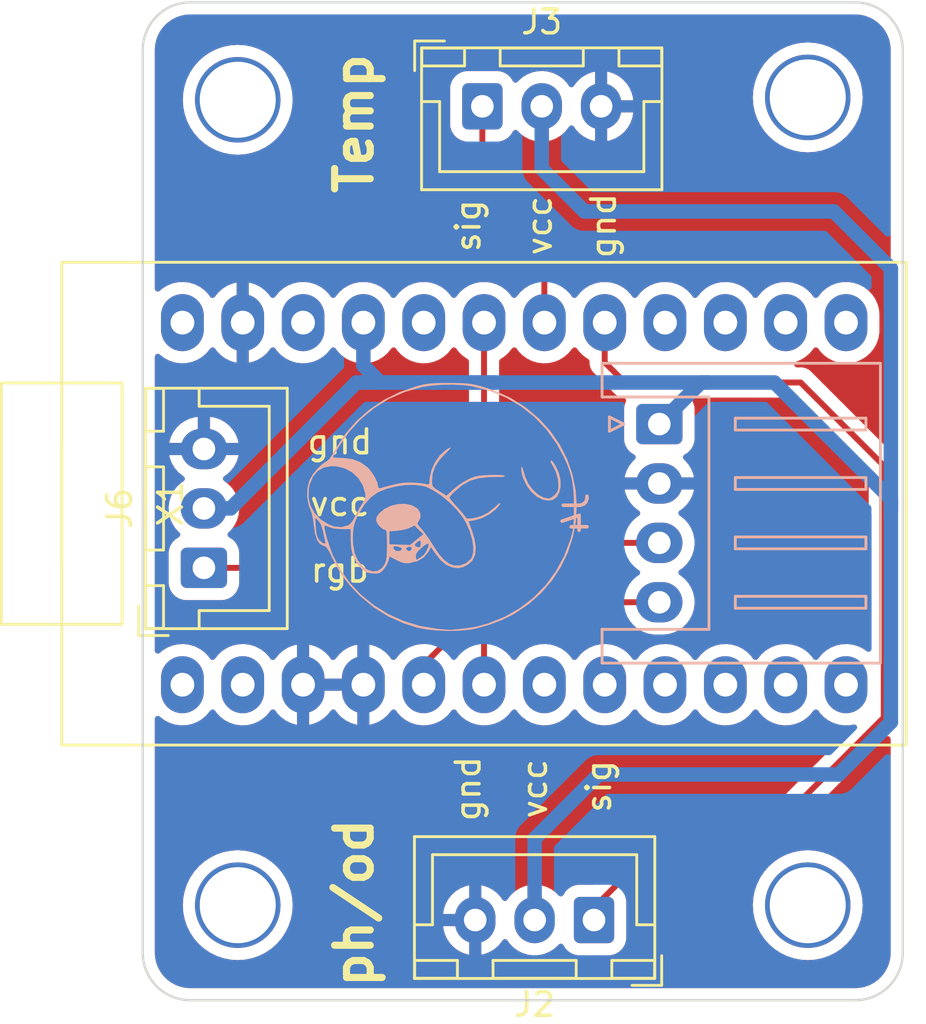
<source format=kicad_pcb>
(kicad_pcb (version 20211014) (generator pcbnew)
  (layers (0 "F.Cu" signal) (31 "B.Cu" signal) (34 "B.Paste" user) (35 "F.Paste" user) (36 "B.SilkS" user "B.Silkscreen") (37 "F.SilkS" user "F.Silkscreen") (38 "B.Mask" user) (39 "F.Mask" user) (44 "Edge.Cuts" user))
  (net 0 "")
  (net 3 "/RGB")
  (net 17 "/SIG")
  (net 18 "/VCC")
  (net 19 "/GND")
  (net 20 "/SIG_TEMP")
  (net 21 "/SCL")
  (net 22 "/SDA")
  (footprint "Connector_JST:JST_XH_B3B-XH-A_1x03_P2.50mm_Vertical" (layer "F.Cu") (at 86.575 81.8 90)
    (fp_text reference "J6" (at 2.5 -3.55 90) (layer "F.SilkS"))
    (fp_text value "HDR-3x1")
    (fp_line (start -2.55 -2.45) (end -2.55 -1.7) (layer "F.SilkS") (width 0.12))
    (fp_line (start -2.56 -2.46) (end -2.56 3.51) (layer "F.SilkS") (width 0.12))
    (fp_line (start -2.55 -1.7) (end -0.75 -1.7) (layer "F.SilkS") (width 0.12))
    (fp_line (start -2.85 -2.75) (end -2.85 -1.5) (layer "F.SilkS") (width 0.12))
    (fp_line (start 0.75 -1.7) (end 4.25 -1.7) (layer "F.SilkS") (width 0.12))
    (fp_line (start 7.55 -0.2) (end 6.8 -0.2) (layer "F.SilkS") (width 0.12))
    (fp_line (start -0.75 -1.7) (end -0.75 -2.45) (layer "F.SilkS") (width 0.12))
    (fp_line (start -2.56 3.51) (end 7.56 3.51) (layer "F.SilkS") (width 0.12))
    (fp_line (start 5.75 -2.45) (end 5.75 -1.7) (layer "F.SilkS") (width 0.12))
    (fp_line (start -1.6 -2.75) (end -2.85 -2.75) (layer "F.SilkS") (width 0.12))
    (fp_line (start 6.8 -0.2) (end 6.8 2.75) (layer "F.SilkS") (width 0.12))
    (fp_line (start -0.75 -2.45) (end -2.55 -2.45) (layer "F.SilkS") (width 0.12))
    (fp_line (start 7.55 -1.7) (end 7.55 -2.45) (layer "F.SilkS") (width 0.12))
    (fp_line (start 7.56 3.51) (end 7.56 -2.46) (layer "F.SilkS") (width 0.12))
    (fp_line (start -1.8 -0.2) (end -1.8 2.75) (layer "F.SilkS") (width 0.12))
    (fp_line (start -2.55 -0.2) (end -1.8 -0.2) (layer "F.SilkS") (width 0.12))
    (fp_line (start -1.8 2.75) (end 2.5 2.75) (layer "F.SilkS") (width 0.12))
    (fp_line (start 0.75 -2.45) (end 0.75 -1.7) (layer "F.SilkS") (width 0.12))
    (fp_line (start 7.55 -2.45) (end 5.75 -2.45) (layer "F.SilkS") (width 0.12))
    (fp_line (start 6.8 2.75) (end 2.5 2.75) (layer "F.SilkS") (width 0.12))
    (fp_line (start 4.25 -1.7) (end 4.25 -2.45) (layer "F.SilkS") (width 0.12))
    (fp_line (start 7.56 -2.46) (end -2.56 -2.46) (layer "F.SilkS") (width 0.12))
    (fp_line (start 5.75 -1.7) (end 7.55 -1.7) (layer "F.SilkS") (width 0.12))
    (fp_line (start 4.25 -2.45) (end 0.75 -2.45) (layer "F.SilkS") (width 0.12))
    (pad "1" thru_hole roundrect locked (at 0 0 90) (size 1.7 1.95) (drill 0.95) (layers *.Cu *.Mask) (roundrect_rratio 0.147059) (net 3 "/RGB"))
    (pad "2" thru_hole oval locked (at 2.5 0 90) (size 1.7 1.95) (drill 0.95) (layers *.Cu *.Mask) (net 18 "/VCC"))
    (pad "3" thru_hole oval locked (at 5 0 90) (size 1.7 1.95) (drill 0.95) (layers *.Cu *.Mask) (net 19 "/GND"))
  )
  (footprint "Connector_JST:JST_XH_B3B-XH-A_1x03_P2.50mm_Vertical" (layer "F.Cu") (at 103 96.625 180)
    (fp_text reference "J2" (at 2.5 -3.55 180) (layer "F.SilkS"))
    (fp_text value locked "HDR-3x1")
    (fp_line (start 4.25 -2.45) (end 0.75 -2.45) (layer "F.SilkS") (width 0.12))
    (fp_line (start -2.55 -2.45) (end -2.55 -1.7) (layer "F.SilkS") (width 0.12))
    (fp_line (start 5.75 -2.45) (end 5.75 -1.7) (layer "F.SilkS") (width 0.12))
    (fp_line (start 7.56 3.51) (end 7.56 -2.46) (layer "F.SilkS") (width 0.12))
    (fp_line (start 6.8 2.75) (end 2.5 2.75) (layer "F.SilkS") (width 0.12))
    (fp_line (start 7.55 -1.7) (end 7.55 -2.45) (layer "F.SilkS") (width 0.12))
    (fp_line (start 6.8 -0.2) (end 6.8 2.75) (layer "F.SilkS") (width 0.12))
    (fp_line (start -2.55 -1.7) (end -0.75 -1.7) (layer "F.SilkS") (width 0.12))
    (fp_line (start 7.56 -2.46) (end -2.56 -2.46) (layer "F.SilkS") (width 0.12))
    (fp_line (start -1.8 -0.2) (end -1.8 2.75) (layer "F.SilkS") (width 0.12))
    (fp_line (start -0.75 -2.45) (end -2.55 -2.45) (layer "F.SilkS") (width 0.12))
    (fp_line (start -1.6 -2.75) (end -2.85 -2.75) (layer "F.SilkS") (width 0.12))
    (fp_line (start 7.55 -0.2) (end 6.8 -0.2) (layer "F.SilkS") (width 0.12))
    (fp_line (start 0.75 -1.7) (end 4.25 -1.7) (layer "F.SilkS") (width 0.12))
    (fp_line (start 5.75 -1.7) (end 7.55 -1.7) (layer "F.SilkS") (width 0.12))
    (fp_line (start 7.55 -2.45) (end 5.75 -2.45) (layer "F.SilkS") (width 0.12))
    (fp_line (start 4.25 -1.7) (end 4.25 -2.45) (layer "F.SilkS") (width 0.12))
    (fp_line (start 0.75 -2.45) (end 0.75 -1.7) (layer "F.SilkS") (width 0.12))
    (fp_line (start -2.56 3.51) (end 7.56 3.51) (layer "F.SilkS") (width 0.12))
    (fp_line (start -0.75 -1.7) (end -0.75 -2.45) (layer "F.SilkS") (width 0.12))
    (fp_line (start -2.56 -2.46) (end -2.56 3.51) (layer "F.SilkS") (width 0.12))
    (fp_line (start -1.8 2.75) (end 2.5 2.75) (layer "F.SilkS") (width 0.12))
    (fp_line (start -2.55 -0.2) (end -1.8 -0.2) (layer "F.SilkS") (width 0.12))
    (fp_line (start -2.85 -2.75) (end -2.85 -1.5) (layer "F.SilkS") (width 0.12))
    (pad "1" thru_hole roundrect locked (at 0 0 180) (size 1.7 1.95) (drill 0.95) (layers *.Cu *.Mask) (roundrect_rratio 0.147059) (net 17 "/SIG"))
    (pad "2" thru_hole oval locked (at 2.5 0 180) (size 1.7 1.95) (drill 0.95) (layers *.Cu *.Mask) (net 18 "/VCC"))
    (pad "3" thru_hole oval locked (at 5 0 180) (size 1.7 1.95) (drill 0.95) (layers *.Cu *.Mask) (net 19 "/GND"))
  )
  (footprint "IoWLabs:Arduino_pro_micro" (layer "F.Cu") (at 85.67 79.1 90)
    (fp_text reference "X1" (at 0 -0.5 90 unlocked) (layer "F.SilkS"))
    (fp_text value "Arduino_pro_micro")
    (fp_line (start -10.16 30.48) (end 10.16 30.48) (layer "F.SilkS") (width 0.12))
    (fp_line (start 10.16 -5.08) (end -10.16 -5.08) (layer "F.SilkS") (width 0.12))
    (fp_line (start 10.16 30.48) (end 10.16 -5.08) (layer "F.SilkS") (width 0.12))
    (fp_line (start -10.16 -5.08) (end -10.16 30.48) (layer "F.SilkS") (width 0.12))
    (fp_rect (start -2.54 -5.08) (end 2.54 -5.08) (layer "F.SilkS") (width 0.12) (fill none))
    (fp_rect (start -5.08 -7.62) (end 5.08 -2.54) (layer "F.SilkS") (width 0.12) (fill none))
    (pad "1" thru_hole oval (at -7.62 0 90) (size 2.4 1.8) (drill 1) (layers *.Cu *.Mask))
    (pad "2" thru_hole oval (at -7.62 2.54 90) (size 2.4 1.8) (drill 1) (layers *.Cu *.Mask))
    (pad "3" thru_hole oval (at -7.62 5.08 90) (size 2.4 1.8) (drill 1) (layers *.Cu *.Mask) (net 19 "/GND"))
    (pad "4" thru_hole oval (at -7.62 7.62 90) (size 2.4 1.8) (drill 1) (layers *.Cu *.Mask) (net 19 "/GND"))
    (pad "5" thru_hole oval (at -7.62 10.16 90) (size 2.4 1.8) (drill 1) (layers *.Cu *.Mask) (net 22 "/SDA"))
    (pad "6" thru_hole oval (at -7.62 12.7 90) (size 2.4 1.8) (drill 1) (layers *.Cu *.Mask) (net 21 "/SCL"))
    (pad "7" thru_hole oval (at -7.62 15.24 90) (size 2.4 1.8) (drill 1) (layers *.Cu *.Mask))
    (pad "8" thru_hole oval (at -7.62 17.78 90) (size 2.4 1.8) (drill 1) (layers *.Cu *.Mask))
    (pad "9" thru_hole oval (at -7.62 20.32 90) (size 2.4 1.8) (drill 1) (layers *.Cu *.Mask))
    (pad "10" thru_hole oval (at -7.62 22.86 90) (size 2.4 1.8) (drill 1) (layers *.Cu *.Mask))
    (pad "11" thru_hole oval (at -7.62 25.4 90) (size 2.4 1.8) (drill 1) (layers *.Cu *.Mask))
    (pad "12" thru_hole oval (at -7.62 27.94 90) (size 2.4 1.8) (drill 1) (layers *.Cu *.Mask))
    (pad "13" thru_hole oval (at 7.62 27.94 90) (size 2.4 1.8) (drill 1) (layers *.Cu *.Mask))
    (pad "14" thru_hole oval (at 7.62 25.4 90) (size 2.4 1.8) (drill 1) (layers *.Cu *.Mask))
    (pad "15" thru_hole oval (at 7.62 22.86 90) (size 2.4 1.8) (drill 1) (layers *.Cu *.Mask))
    (pad "16" thru_hole oval (at 7.62 20.32 90) (size 2.4 1.8) (drill 1) (layers *.Cu *.Mask))
    (pad "17" thru_hole oval (at 7.62 17.78 90) (size 2.4 1.8) (drill 1) (layers *.Cu *.Mask) (net 17 "/SIG"))
    (pad "18" thru_hole oval (at 7.62 15.24 90) (size 2.4 1.8) (drill 1) (layers *.Cu *.Mask) (net 20 "/SIG_TEMP"))
    (pad "19" thru_hole oval (at 7.62 12.7 90) (size 2.4 1.8) (drill 1) (layers *.Cu *.Mask) (net 3 "/RGB"))
    (pad "20" thru_hole oval (at 7.62 10.16 90) (size 2.4 1.8) (drill 1) (layers *.Cu *.Mask))
    (pad "21" thru_hole oval (at 7.62 7.62 90) (size 2.4 1.8) (drill 1) (layers *.Cu *.Mask) (net 18 "/VCC"))
    (pad "22" thru_hole oval (at 7.62 5.08 90) (size 2.4 1.8) (drill 1) (layers *.Cu *.Mask))
    (pad "23" thru_hole oval (at 7.62 2.54 90) (size 2.4 1.8) (drill 1) (layers *.Cu *.Mask) (net 19 "/GND"))
    (pad "24" thru_hole oval (at 7.62 0 90) (size 2.4 1.8) (drill 1) (layers *.Cu *.Mask))
  )
  (footprint "Connector_JST:JST_XH_B3B-XH-A_1x03_P2.50mm_Vertical" (layer "F.Cu") (at 98.3 62.375)
    (fp_text reference "J3" (at 2.5 -3.55) (layer "F.SilkS"))
    (fp_text value "HDR-3x1")
    (fp_line (start 5.75 -1.7) (end 7.55 -1.7) (layer "F.SilkS") (width 0.12))
    (fp_line (start 5.75 -2.45) (end 5.75 -1.7) (layer "F.SilkS") (width 0.12))
    (fp_line (start -1.8 2.75) (end 2.5 2.75) (layer "F.SilkS") (width 0.12))
    (fp_line (start 7.56 -2.46) (end -2.56 -2.46) (layer "F.SilkS") (width 0.12))
    (fp_line (start 7.55 -0.2) (end 6.8 -0.2) (layer "F.SilkS") (width 0.12))
    (fp_line (start -1.6 -2.75) (end -2.85 -2.75) (layer "F.SilkS") (width 0.12))
    (fp_line (start -0.75 -2.45) (end -2.55 -2.45) (layer "F.SilkS") (width 0.12))
    (fp_line (start -2.56 -2.46) (end -2.56 3.51) (layer "F.SilkS") (width 0.12))
    (fp_line (start 7.56 3.51) (end 7.56 -2.46) (layer "F.SilkS") (width 0.12))
    (fp_line (start 6.8 -0.2) (end 6.8 2.75) (layer "F.SilkS") (width 0.12))
    (fp_line (start 7.55 -2.45) (end 5.75 -2.45) (layer "F.SilkS") (width 0.12))
    (fp_line (start -2.85 -2.75) (end -2.85 -1.5) (layer "F.SilkS") (width 0.12))
    (fp_line (start 0.75 -1.7) (end 4.25 -1.7) (layer "F.SilkS") (width 0.12))
    (fp_line (start -2.55 -1.7) (end -0.75 -1.7) (layer "F.SilkS") (width 0.12))
    (fp_line (start -2.55 -2.45) (end -2.55 -1.7) (layer "F.SilkS") (width 0.12))
    (fp_line (start 4.25 -2.45) (end 0.75 -2.45) (layer "F.SilkS") (width 0.12))
    (fp_line (start 6.8 2.75) (end 2.5 2.75) (layer "F.SilkS") (width 0.12))
    (fp_line (start -1.8 -0.2) (end -1.8 2.75) (layer "F.SilkS") (width 0.12))
    (fp_line (start 0.75 -2.45) (end 0.75 -1.7) (layer "F.SilkS") (width 0.12))
    (fp_line (start -0.75 -1.7) (end -0.75 -2.45) (layer "F.SilkS") (width 0.12))
    (fp_line (start -2.56 3.51) (end 7.56 3.51) (layer "F.SilkS") (width 0.12))
    (fp_line (start 7.55 -1.7) (end 7.55 -2.45) (layer "F.SilkS") (width 0.12))
    (fp_line (start -2.55 -0.2) (end -1.8 -0.2) (layer "F.SilkS") (width 0.12))
    (fp_line (start 4.25 -1.7) (end 4.25 -2.45) (layer "F.SilkS") (width 0.12))
    (pad "1" thru_hole roundrect locked (at 0 0) (size 1.7 1.95) (drill 0.95) (layers *.Cu *.Mask) (roundrect_rratio 0.147059) (net 20 "/SIG_TEMP"))
    (pad "2" thru_hole oval locked (at 2.5 0) (size 1.7 1.95) (drill 0.95) (layers *.Cu *.Mask) (net 18 "/VCC"))
    (pad "3" thru_hole oval locked (at 5 0) (size 1.7 1.95) (drill 0.95) (layers *.Cu *.Mask) (net 19 "/GND"))
  )
  (footprint "Connector_JST:JST_XH_S4B-XH-A_1x04_P2.50mm_Horizontal" (layer "B.Cu") (at 105.75 75.75 -90)
    (fp_text reference "J4" (at 3.75 3.5 90) (layer "B.SilkS") (effects (justify mirror)))
    (fp_text value "HDR-4x1")
    (fp_line (start 7.25 -8.7) (end 7.75 -8.7) (layer "B.SilkS") (width 0.12))
    (fp_line (start 4.75 -8.7) (end 5.25 -8.7) (layer "B.SilkS") (width 0.12))
    (fp_line (start 7.75 -3.2) (end 7.25 -3.2) (layer "B.SilkS") (width 0.12))
    (fp_line (start 10.06 -9.31) (end 10.06 2.41) (layer "B.SilkS") (width 0.12))
    (fp_line (start -0.25 -3.2) (end -0.25 -8.7) (layer "B.SilkS") (width 0.12))
    (fp_line (start -1.14 2.41) (end -1.14 -2.09) (layer "B.SilkS") (width 0.12))
    (fp_line (start 4.75 -3.2) (end 4.75 -8.7) (layer "B.SilkS") (width 0.12))
    (fp_line (start 10.06 2.41) (end 8.64 2.41) (layer "B.SilkS") (width 0.12))
    (fp_line (start 0.25 -3.2) (end -0.25 -3.2) (layer "B.SilkS") (width 0.12))
    (fp_line (start 3.75 -9.31) (end -2.56 -9.31) (layer "B.SilkS") (width 0.12))
    (fp_line (start 2.25 -8.7) (end 2.75 -8.7) (layer "B.SilkS") (width 0.12))
    (fp_line (start 7.25 -3.2) (end 7.25 -8.7) (layer "B.SilkS") (width 0.12))
    (fp_line (start 0 1.5) (end -0.3 2.1) (layer "B.SilkS") (width 0.12))
    (fp_line (start -1.14 -2.09) (end 3.75 -2.09) (layer "B.SilkS") (width 0.12))
    (fp_line (start 2.75 -8.7) (end 2.75 -3.2) (layer "B.SilkS") (width 0.12))
    (fp_line (start 0.25 -8.7) (end 0.25 -3.2) (layer "B.SilkS") (width 0.12))
    (fp_line (start 7.75 -8.7) (end 7.75 -3.2) (layer "B.SilkS") (width 0.12))
    (fp_line (start 2.25 -3.2) (end 2.25 -8.7) (layer "B.SilkS") (width 0.12))
    (fp_line (start -0.3 2.1) (end 0.3 2.1) (layer "B.SilkS") (width 0.12))
    (fp_line (start -2.56 2.41) (end -1.14 2.41) (layer "B.SilkS") (width 0.12))
    (fp_line (start 5.25 -3.2) (end 4.75 -3.2) (layer "B.SilkS") (width 0.12))
    (fp_line (start 5.25 -8.7) (end 5.25 -3.2) (layer "B.SilkS") (width 0.12))
    (fp_line (start -0.25 -8.7) (end 0.25 -8.7) (layer "B.SilkS") (width 0.12))
    (fp_line (start 8.64 2.41) (end 8.64 -2.09) (layer "B.SilkS") (width 0.12))
    (fp_line (start 2.75 -3.2) (end 2.25 -3.2) (layer "B.SilkS") (width 0.12))
    (fp_line (start 3.75 -9.31) (end 10.06 -9.31) (layer "B.SilkS") (width 0.12))
    (fp_line (start 8.64 -2.09) (end 3.75 -2.09) (layer "B.SilkS") (width 0.12))
    (fp_line (start 0.3 2.1) (end 0 1.5) (layer "B.SilkS") (width 0.12))
    (fp_line (start -2.56 -9.31) (end -2.56 2.41) (layer "B.SilkS") (width 0.12))
    (pad "1" thru_hole roundrect locked (at 0 0 270) (size 1.7 1.95) (drill 0.95) (layers *.Cu *.Mask) (roundrect_rratio 0.147059) (net 18 "/VCC"))
    (pad "2" thru_hole oval locked (at 2.5 0 270) (size 1.7 1.95) (drill 0.95) (layers *.Cu *.Mask) (net 19 "/GND"))
    (pad "3" thru_hole oval locked (at 5 0 270) (size 1.7 1.95) (drill 0.95) (layers *.Cu *.Mask) (net 22 "/SDA"))
    (pad "4" thru_hole oval locked (at 7.5 0 270) (size 1.7 1.95) (drill 0.95) (layers *.Cu *.Mask) (net 21 "/SCL"))
  )
  (footprint "IoWLabsLogos:jakcke_aprobe" (layer "B.Cu") (at 96.6 79.2 180)
    (fp_text reference "G***" hide)
    (fp_text value "LOGO" hide)
    (fp_poly (pts (xy 0.048817 5.180317) (xy 0.309379 5.173089) (xy 0.519111 5.157329) (xy 0.705274 5.13031) (xy 0.895127 5.089306) (xy 1.060207 5.046695) (xy 1.776129 4.802794) (xy 2.44494 4.471738) (xy 3.058006 4.060334) (xy 3.606696 3.575393) (xy 4.082377 3.023724) (xy 4.476415 2.412137) (xy 4.531727 2.308369) (xy 4.641844 2.119799) (xy 4.750165 1.974705) (xy 4.836095 1.900164) (xy 5.037446 1.770455) (xy 5.246021 1.574309) (xy 5.432651 1.344201) (xy 5.568168 1.112603) (xy 5.589444 1.061471) (xy 5.667784 0.737554) (xy 5.678117 0.390045) (xy 5.621829 0.059137) (xy 5.548304 -0.131743) (xy 5.482337 -0.316144) (xy 5.429785 -0.56584) (xy 5.405287 -0.764108) (xy 5.35187 -1.139434) (xy 5.266188 -1.415718) (xy 5.148466 -1.59245) (xy 5.009092 -1.667289) (xy 4.931299 -1.692144) (xy 4.864295 -1.74376) (xy 4.794477 -1.84035) (xy 4.708241 -2.000125) (xy 4.612061 -2.198815) (xy 4.386767 -2.634047) (xy 4.144929 -3.011336) (xy 3.862258 -3.363769) (xy 3.514461 -3.724435) (xy 3.439037 -3.796599) (xy 2.872907 -4.267414) (xy 2.261142 -4.648274) (xy 1.592949 -4.945116) (xy 1.033565 -5.120071) (xy 0.66127 -5.192961) (xy 0.222376 -5.239131) (xy -0.247584 -5.257874) (xy -0.713075 -5.248486) (xy -1.138564 -5.210261) (xy -1.384071 -5.168058) (xy -1.960505 -5.011381) (xy -2.521364 -4.800196) (xy -3.024139 -4.550652) (xy -3.052565 -4.534208) (xy -3.660576 -4.122743) (xy -4.190752 -3.649377) (xy -4.641986 -3.12282) (xy -5.01317 -2.551785) (xy -5.303196 -1.944983) (xy -5.510958 -1.311125) (xy -5.635347 -0.658923) (xy -5.671902 -0.052697) (xy -5.552493 -0.052697) (xy -5.550768 -0.387601) (xy -5.544548 -0.642009) (xy -5.531154 -0.840805) (xy -5.507908 -1.008872) (xy -5.472132 -1.171093) (xy -5.421147 -1.352352) (xy -5.407861 -1.396473) (xy -5.140837 -2.102152) (xy -4.787915 -2.750729) (xy -4.355228 -3.336461) (xy -3.84891 -3.853609) (xy -3.275094 -4.29643) (xy -2.639914 -4.659184) (xy -1.949503 -4.936129) (xy -1.489927 -5.063734) (xy -1.294551 -5.100622) (xy -1.028047 -5.139295) (xy -0.7245 -5.175359) (xy -0.417995 -5.204418) (xy -0.368879 -5.208282) (xy -0.284121 -5.205917) (xy -0.122282 -5.194587) (xy 0.088907 -5.176378) (xy 0.210789 -5.164708) (xy 0.935708 -5.044052) (xy 1.626677 -4.832941) (xy 2.275674 -4.537999) (xy 2.874674 -4.165855) (xy 3.415652 -3.723134) (xy 3.890584 -3.216463) (xy 4.291447 -2.65247) (xy 4.610216 -2.03778) (xy 4.77689 -1.557582) (xy 4.908769 -1.557582) (xy 4.955843 -1.576803) (xy 4.979929 -1.573054) (xy 5.074682 -1.520048) (xy 5.177009 -1.416423) (xy 5.183452 -1.407963) (xy 5.252566 -1.277169) (xy 5.294417 -1.093991) (xy 5.313514 -0.880992) (xy 5.334225 -0.500622) (xy 5.205774 -0.619733) (xy 5.09365 -0.78765) (xy 5.017562 -1.04131) (xy 4.978194 -1.230626) (xy 4.940741 -1.394628) (xy 4.92178 -1.46766) (xy 4.908769 -1.557582) (xy 4.77689 -1.557582) (xy 4.838868 -1.37902) (xy 4.850984 -1.332631) (xy 4.912249 -1.087496) (xy 4.944382 -0.930283) (xy 4.945271 -0.84704) (xy 4.912803 -0.823815) (xy 4.844866 -0.846659) (xy 4.782262 -0.878765) (xy 4.575704 -0.944824) (xy 4.276278 -0.971678) (xy 4.229199 -0.972338) (xy 3.847402 -0.974896) (xy 3.847145 -1.40026) (xy 3.823243 -1.785782) (xy 3.746308 -2.101464) (xy 3.607714 -2.373043) (xy 3.457125 -2.564365) (xy 3.324591 -2.701947) (xy 3.216454 -2.778755) (xy 3.091233 -2.816285) (xy 2.937594 -2.833589) (xy 2.760957 -2.842963) (xy 2.647982 -2.826416) (xy 2.557892 -2.772185) (xy 2.483801 -2.702696) (xy 2.3634 -2.544425) (xy 2.273205 -2.361494) (xy 2.265605 -2.338215) (xy 2.203029 -2.129354) (xy 1.905145 -2.280792) (xy 1.718862 -2.366994) (xy 1.574003 -2.405774) (xy 1.423527 -2.407005) (xy 1.344871 -2.398382) (xy 1.019163 -2.314381) (xy 0.760256 -2.1581) (xy 0.580222 -1.939512) (xy 0.462957 -1.730867) (xy 0.288225 -1.990329) (xy 0.054765 -2.283918) (xy -0.188244 -2.480873) (xy -0.431049 -2.584708) (xy -0.665979 -2.617536) (xy -0.885298 -2.573913) (xy -1.094742 -2.467568) (xy -1.286248 -2.291289) (xy -1.396026 -2.050301) (xy -1.423807 -1.746775) (xy -1.417474 -1.70448) (xy -1.315193 -1.70448) (xy -1.308984 -1.972257) (xy -1.245263 -2.177675) (xy -1.213466 -2.225835) (xy -1.016399 -2.398586) (xy -0.772679 -2.494889) (xy -0.517495 -2.501511) (xy -0.305762 -2.426645) (xy -0.094665 -2.269934) (xy 0.122946 -2.024521) (xy 0.354219 -1.683552) (xy 0.380557 -1.640321) (xy 0.403989 -1.603521) (xy 0.560322 -1.603521) (xy 0.575591 -1.701398) (xy 0.581017 -1.716203) (xy 0.670172 -1.917989) (xy 0.76722 -2.052245) (xy 0.898949 -2.155127) (xy 0.912389 -2.163452) (xy 1.080291 -2.266078) (xy 1.097573 -2.127988) (xy 1.087739 -2.024961) (xy 1.020222 -1.916569) (xy 0.930919 -1.827378) (xy 1.282847 -1.827378) (xy 1.348422 -1.883382) (xy 1.410194 -1.886839) (xy 1.494904 -1.840086) (xy 1.51283 -1.811585) (xy 1.501907 -1.787105) (xy 1.686307 -1.787105) (xy 1.728264 -1.862283) (xy 1.825651 -1.896117) (xy 1.935741 -1.885651) (xy 2.01581 -1.827929) (xy 2.024441 -1.810507) (xy 2.041335 -1.724758) (xy 2.033847 -1.700098) (xy 1.969565 -1.691601) (xy 1.859445 -1.709847) (xy 1.750261 -1.743128) (xy 1.688785 -1.779734) (xy 1.686307 -1.787105) (xy 1.501907 -1.787105) (xy 1.48833 -1.756676) (xy 1.408324 -1.721194) (xy 1.322606 -1.720119) (xy 1.288022 -1.743951) (xy 1.282847 -1.827378) (xy 0.930919 -1.827378) (xy 0.888894 -1.785405) (xy 0.720144 -1.646238) (xy 0.609564 -1.585372) (xy 0.560322 -1.603521) (xy 0.403989 -1.603521) (xy 0.416824 -1.583363) (xy 0.895851 -1.583363) (xy 0.907631 -1.696367) (xy 0.957257 -1.732623) (xy 1.010292 -1.729495) (xy 1.109843 -1.692325) (xy 1.143981 -1.65412) (xy 1.118442 -1.587225) (xy 1.030031 -1.508311) (xy 1.02954 -1.507988) (xy 0.936426 -1.452926) (xy 0.901295 -1.470752) (xy 0.895851 -1.577418) (xy 0.895851 -1.583363) (xy 0.416824 -1.583363) (xy 0.524238 -1.414668) (xy 0.67641 -1.195688) (xy 0.683777 -1.186073) (xy 0.791825 -1.186073) (xy 1.067801 -1.411094) (xy 1.343776 -1.636115) (xy 2.212514 -1.607261) (xy 2.213278 -1.068371) (xy 1.883922 -1.04117) (xy 1.668904 -1.010124) (xy 1.463501 -0.958935) (xy 1.355234 -0.917982) (xy 1.155902 -0.821996) (xy 0.791825 -1.186073) (xy 0.683777 -1.186073) (xy 0.812463 -1.018113) (xy 0.861909 -0.960925) (xy 0.976083 -0.832009) (xy 1.026538 -0.752087) (xy 1.0232 -0.694759) (xy 0.982343 -0.640593) (xy 0.901239 -0.480691) (xy 0.909785 -0.302137) (xy 1.00418 -0.135009) (xy 1.052114 -0.088671) (xy 1.280031 0.038641) (xy 1.557138 0.095029) (xy 1.858173 0.084165) (xy 2.157874 0.009723) (xy 2.43098 -0.124623) (xy 2.652228 -0.3152) (xy 2.658194 -0.322216) (xy 2.754753 -0.466225) (xy 2.774564 -0.591352) (xy 2.768233 -0.627535) (xy 2.705134 -0.759517) (xy 2.595606 -0.887515) (xy 2.473106 -0.978049) (xy 2.39478 -1.001245) (xy 2.361837 -1.019119) (xy 2.339633 -1.083153) (xy 2.326297 -1.20897) (xy 2.31996 -1.412188) (xy 2.318673 -1.637074) (xy 2.322281 -1.942052) (xy 2.336607 -2.164587) (xy 2.366898 -2.327488) (xy 2.418403 -2.453564) (xy 2.496369 -2.565625) (xy 2.545232 -2.62168) (xy 2.706311 -2.726643) (xy 2.905221 -2.747643) (xy 3.118814 -2.686681) (xy 3.313466 -2.555369) (xy 3.534436 -2.294045) (xy 3.676516 -1.976539) (xy 3.74333 -1.593469) (xy 3.74976 -1.425678) (xy 3.744948 -1.126368) (xy 3.719984 -0.892662) (xy 3.665862 -0.685362) (xy 3.573579 -0.465269) (xy 3.49169 -0.302197) (xy 3.260519 0.06841) (xy 2.996345 0.362854) (xy 2.947818 0.397695) (xy 3.225347 0.397695) (xy 3.253349 0.278857) (xy 3.333295 0.137266) (xy 3.370351 0.082336) (xy 3.491563 -0.111858) (xy 3.61509 -0.337374) (xy 3.672353 -0.454754) (xy 3.781583 -0.655356) (xy 3.894992 -0.776221) (xy 3.971683 -0.819904) (xy 4.247499 -0.887426) (xy 4.542553 -0.855665) (xy 4.770192 -0.77161) (xy 5.105968 -0.563487) (xy 5.363216 -0.295067) (xy 5.535903 0.020853) (xy 5.617995 0.371477) (xy 5.603462 0.744009) (xy 5.564438 0.913163) (xy 5.429042 1.235997) (xy 5.235852 1.470712) (xy 4.984269 1.617713) (xy 4.673694 1.677406) (xy 4.446455 1.670262) (xy 4.091294 1.584167) (xy 3.777184 1.41128) (xy 3.519297 1.165805) (xy 3.332809 0.861949) (xy 3.236437 0.53746) (xy 3.225347 0.397695) (xy 2.947818 0.397695) (xy 2.71196 0.567034) (xy 2.695116 0.575809) (xy 2.34358 0.720125) (xy 1.951176 0.822855) (xy 1.546796 0.880687) (xy 1.159333 0.890304) (xy 0.817679 0.848392) (xy 0.674605 0.807632) (xy 0.355153 0.655111) (xy 0.016298 0.428263) (xy -0.317854 0.148754) (xy -0.623194 -0.161749) (xy -0.875615 -0.48158) (xy -1.012808 -0.708876) (xy -1.164699 -1.054601) (xy -1.266296 -1.392532) (xy -1.315193 -1.70448) (xy -1.417474 -1.70448) (xy -1.369319 -1.382882) (xy -1.27029 -1.060609) (xy -1.11776 -0.642664) (xy -1.336523 -0.609859) (xy -1.664794 -0.518008) (xy -1.98913 -0.352693) (xy -2.26442 -0.137463) (xy -2.288899 -0.112661) (xy -2.416037 0.032709) (xy -2.464095 0.113974) (xy -2.440287 0.127537) (xy -2.351826 0.0698) (xy -2.205929 -0.062834) (xy -2.200279 -0.068469) (xy -1.921869 -0.287443) (xy -1.666247 -0.414698) (xy -1.465665 -0.477134) (xy -1.274735 -0.515279) (xy -1.118242 -0.526673) (xy -1.020972 -0.508857) (xy -1.001244 -0.480689) (xy -0.967544 -0.424329) (xy -0.877009 -0.310906) (xy -0.745486 -0.159678) (xy -0.658713 -0.064442) (xy -0.51089 0.100228) (xy -0.395126 0.238713) (xy -0.327303 0.331503) (xy -0.316182 0.356339) (xy -0.352081 0.415788) (xy -0.446012 0.521951) (xy -0.572183 0.646613) (xy -0.872097 0.890422) (xy -1.182018 1.060829) (xy -1.525834 1.166209) (xy -1.927433 1.214939) (xy -2.208699 1.220446) (xy -2.451577 1.222091) (xy -2.597348 1.233024) (xy -2.65397 1.25419) (xy -2.648004 1.272659) (xy -2.564388 1.299073) (xy -2.385109 1.312381) (xy -2.119144 1.312063) (xy -2.020218 1.309106) (xy -1.748986 1.296209) (xy -1.550031 1.275763) (xy -1.390238 1.241185) (xy -1.236494 1.185894) (xy -1.106639 1.127535) (xy -0.880362 1.001143) (xy -0.641418 0.83712) (xy -0.477096 0.702228) (xy -0.190085 0.4382) (xy 0.113364 0.627503) (xy 0.274309 0.731385) (xy 0.3653 0.809133) (xy 0.406547 0.88918) (xy 0.418264 0.99996) (xy 0.419195 1.057729) (xy 0.388203 1.380374) (xy 0.281746 1.672493) (xy 0.089841 1.95553) (xy -0.088099 2.147407) (xy -0.259145 2.321982) (xy -0.350332 2.429908) (xy -0.361534 2.470791) (xy -0.292626 2.444237) (xy -0.154932 2.357594) (xy 0.092205 2.135149) (xy 0.298644 1.842125) (xy 0.447456 1.510624) (xy 0.521713 1.172746) (xy 0.526971 1.06458) (xy 0.534202 0.945302) (xy 0.569408 0.90685) (xy 0.64554 0.922508) (xy 0.753297 0.943977) (xy 0.931702 0.965687) (xy 1.146097 0.983586) (xy 1.193223 0.986527) (xy 1.416262 0.992076) (xy 1.632693 0.978531) (xy 1.867714 0.941747) (xy 2.146521 0.877576) (xy 2.494313 0.781873) (xy 2.568984 0.76016) (xy 2.659045 0.751068) (xy 2.686862 0.813466) (xy 2.687552 0.838759) (xy 2.720342 0.987792) (xy 2.806321 1.180342) (xy 2.926906 1.382748) (xy 3.063515 1.561348) (xy 3.117598 1.617736) (xy 3.427868 1.845094) (xy 3.789746 1.981405) (xy 4.202594 2.027412) (xy 4.388009 2.031577) (xy 4.523806 2.041245) (xy 4.583785 2.054438) (xy 4.584648 2.056289) (xy 4.559625 2.111057) (xy 4.49281 2.233791) (xy 4.396578 2.402049) (xy 4.352152 2.477865) (xy 3.927281 3.097326) (xy 3.428943 3.644624) (xy 2.864581 4.114422) (xy 2.24164 4.501382) (xy 1.567564 4.800166) (xy 0.849798 5.005437) (xy 0.817948 5.01211) (xy 0.426477 5.071198) (xy -0.020103 5.103384) (xy -0.482069 5.108184) (xy -0.919699 5.085112) (xy -1.273269 5.037603) (xy -2.007835 4.845693) (xy -2.693745 4.562795) (xy -3.324967 4.193534) (xy -3.89547 3.742534) (xy -4.399222 3.214419) (xy -4.830191 2.613814) (xy -5.114631 2.092377) (xy -5.273962 1.736732) (xy -5.391098 1.413968) (xy -5.471771 1.095998) (xy -5.521715 0.75473) (xy -5.546664 0.362077) (xy -5.552493 -0.052697) (xy -5.671902 -0.052697) (xy -5.675255 0.002913) (xy -5.629576 0.665671) (xy -5.497202 1.320639) (xy -5.277024 1.959106) (xy -4.967936 2.572361) (xy -4.56883 3.151693) (xy -4.095909 3.67177) (xy -3.514722 4.161369) (xy -2.879205 4.561143) (xy -2.187286 4.872253) (xy -1.644455 5.044288) (xy -1.4295 5.098167) (xy -1.238416 5.135928) (xy -1.043607 5.16037) (xy -0.817477 5.174293) (xy -0.53243 5.180498) (xy -0.289834 5.181739)) (layer "B.SilkS") (width 0) (fill solid))
    (fp_poly (pts (xy -4.579192 1.920073) (xy -4.573583 1.862493) (xy -4.623138 1.759906) (xy -4.637499 1.738786) (xy -4.7914 1.446667) (xy -4.882444 1.109187) (xy -4.900829 0.885172) (xy -4.88901 0.706547) (xy -4.841278 0.582255) (xy -4.746792 0.47022) (xy -4.62261 0.371831) (xy -4.505737 0.319033) (xy -4.481614 0.316183) (xy -4.259849 0.364342) (xy -4.032776 0.496493) (xy -3.819693 0.694148) (xy -3.6399 0.938817) (xy -3.512696 1.212012) (xy -3.498158 1.258348) (xy -3.433003 1.47802) (xy -3.390024 1.607886) (xy -3.363156 1.65968) (xy -3.346335 1.645135) (xy -3.333602 1.576747) (xy -3.341363 1.452758) (xy -3.381447 1.277875) (xy -3.423101 1.150989) (xy -3.573642 0.843748) (xy -3.769132 0.587137) (xy -3.994731 0.39165) (xy -4.235595 0.267777) (xy -4.476881 0.22601) (xy -4.676534 0.265004) (xy -4.832263 0.381057) (xy -4.94014 0.571495) (xy -4.995212 0.814436) (xy -4.992523 1.087996) (xy -4.927118 1.370293) (xy -4.926908 1.370891) (xy -4.845784 1.568941) (xy -4.755308 1.740984) (xy -4.668916 1.865795) (xy -4.600046 1.922153)) (layer "B.SilkS") (width 0) (fill solid))
  )
  (gr_line (start 86 58) (end 114 58) (layer "Edge.Cuts") (width 0.1))
  (gr_line (start 114 100) (end 86 100) (layer "Edge.Cuts") (width 0.1))
  (gr_arc (start 114 58) (mid 115.414214 58.585786) (end 116 60) (layer "Edge.Cuts") (width 0.1))
  (gr_line (start 84 98) (end 84 60) (layer "Edge.Cuts") (width 0.1))
  (gr_line (start 116 98) (end 116 60) (layer "Edge.Cuts") (width 0.1))
  (gr_arc (start 86 100) (mid 84.585786 99.414214) (end 84 98) (layer "Edge.Cuts") (width 0.1))
  (gr_arc (start 116 98) (mid 115.414214 99.414214) (end 114 100) (layer "Edge.Cuts") (width 0.1))
  (gr_arc (start 84 60) (mid 84.585786 58.585786) (end 86 58) (layer "Edge.Cuts") (width 0.1))
  (gr_text "gnd\n" (at 92.3 76.5) (layer "F.SilkS") (effects (font (size 1 1))))
  (gr_text "sig" (at 103.2 91 90) (layer "F.SilkS") (effects (font (size 1 1))))
  (gr_text "rgb\n" (at 92.3 81.9) (layer "F.SilkS") (effects (font (size 1 1))))
  (gr_text "sig" (at 97.7 67.4 90) (layer "F.SilkS") (effects (font (size 1 1))))
  (gr_text "Temp" (at 92.9 63.1 90) (layer "F.SilkS") (effects (font (size 1.5 1.5) (thickness 0.3))))
  (gr_text "vcc" (at 92.3 79.1) (layer "F.SilkS") (effects (font (size 1 1))))
  (gr_text "vcc" (at 100.5 91.1 90) (layer "F.SilkS") (effects (font (size 1 1))))
  (gr_text "vcc" (at 100.7 67.4 90) (layer "F.SilkS") (effects (font (size 1 1))))
  (gr_text "ph/od\n" (at 92.9 95.9 90) (layer "F.SilkS") (effects (font (size 1.5 1.5) (thickness 0.3))))
  (gr_text "gnd" (at 97.7 91.1 90) (layer "F.SilkS") (effects (font (size 1 1))))
  (gr_text "gnd" (at 103.4 67.4 90) (layer "F.SilkS") (effects (font (size 1 1))))
  (via (at 88 96) (size 3.6) (drill 3.2) (layers "F.Cu" "B.Cu") (net 0))
  (via (at 112 62) (size 3.6) (drill 3.2) (layers "F.Cu" "B.Cu") (net 0))
  (via (at 88 62.1) (size 3.6) (drill 3.2) (layers "F.Cu" "B.Cu") (net 0))
  (via (at 112 96) (size 3.6) (drill 3.2) (layers "F.Cu" "B.Cu") (net 0))
  (segment (start 86.575 81.8) (end 93.2 81.8) (width 0.25) (layer "F.Cu") (net 3))
  (segment (start 98.37 71.48) (end 98.37 76.63) (width 0.25) (layer "F.Cu") (net 3))
  (segment (start 98.37 76.63) (end 94.5 80.5) (width 0.25) (layer "F.Cu") (net 3))
  (segment (start 93.2 81.8) (end 94.5 80.5) (width 0.25) (layer "F.Cu") (net 3))
  (segment (start 103.45 73.15) (end 104.3 74) (width 0.25) (layer "F.Cu") (net 17))
  (segment (start 105.1 94) (end 103 96.1) (width 0.25) (layer "F.Cu") (net 17))
  (segment (start 111.7 74) (end 115.2 77.5) (width 0.25) (layer "F.Cu") (net 17))
  (segment (start 103 96.625) (end 103 96.7) (width 0.6096) (layer "F.Cu") (net 17))
  (segment (start 115.2 77.5) (end 115.2 88.1) (width 0.25) (layer "F.Cu") (net 17))
  (segment (start 109.3 94) (end 105.1 94) (width 0.25) (layer "F.Cu") (net 17))
  (segment (start 115.2 88.1) (end 109.3 94) (width 0.25) (layer "F.Cu") (net 17))
  (segment (start 104.3 74) (end 111.7 74) (width 0.25) (layer "F.Cu") (net 17))
  (segment (start 103.45 71.48) (end 103.45 73.15) (width 0.25) (layer "F.Cu") (net 17))
  (segment (start 103 96.1) (end 103 96.7) (width 0.25) (layer "F.Cu") (net 17))
  (segment (start 115.5 78.9) (end 115.5 79.4) (width 0.6096) (layer "B.Cu") (net 18))
  (segment (start 107.5 74) (end 107.8 74) (width 0.6096) (layer "B.Cu") (net 18))
  (segment (start 100.5 96.625) (end 100.5 93.2) (width 0.6096) (layer "B.Cu") (net 18))
  (segment (start 102.6 66.8) (end 113.1 66.8) (width 0.6096) (layer "B.Cu") (net 18))
  (segment (start 110.6 74) (end 115.5 78.9) (width 0.6096) (layer "B.Cu") (net 18))
  (segment (start 93.29 73.29) (end 94 74) (width 0.6096) (layer "B.Cu") (net 18))
  (segment (start 87.7 79.3) (end 93 74) (width 0.6096) (layer "B.Cu") (net 18))
  (segment (start 100.8 65) (end 102.6 66.8) (width 0.6096) (layer "B.Cu") (net 18))
  (segment (start 115.5 79.4) (end 115.49518 79.40482) (width 0.6096) (layer "B.Cu") (net 18))
  (segment (start 100.8 62.375) (end 100.8 65) (width 0.6096) (layer "B.Cu") (net 18))
  (segment (start 100.5 93.2) (end 103.2 90.5) (width 0.6096) (layer "B.Cu") (net 18))
  (segment (start 113.3 90.5) (end 115.5 88.3) (width 0.6096) (layer "B.Cu") (net 18))
  (segment (start 107.8 74) (end 110.6 74) (width 0.6096) (layer "B.Cu") (net 18))
  (segment (start 86.575 79.3) (end 87.7 79.3) (width 0.6096) (layer "B.Cu") (net 18))
  (segment (start 103.2 90.5) (end 113.3 90.5) (width 0.6096) (layer "B.Cu") (net 18))
  (segment (start 115.5 88.3) (end 115.5 79.4) (width 0.6096) (layer "B.Cu") (net 18))
  (segment (start 115.5 69.2) (end 115.5 79.20964) (width 0.6096) (layer "B.Cu") (net 18))
  (segment (start 93 74) (end 98.8 74) (width 0.6096) (layer "B.Cu") (net 18))
  (segment (start 93.29 71.48) (end 93.29 73.29) (width 0.6096) (layer "B.Cu") (net 18))
  (segment (start 113.1 66.8) (end 115.5 69.2) (width 0.6096) (layer "B.Cu") (net 18))
  (segment (start 105.75 75.75) (end 107.5 74) (width 0.6096) (layer "B.Cu") (net 18))
  (segment (start 98.8 74) (end 107.8 74) (width 0.6096) (layer "B.Cu") (net 18))
  (segment (start 94 74) (end 98.8 74) (width 0.6096) (layer "B.Cu") (net 18))
  (segment (start 98.3 64.6) (end 100.91 67.21) (width 0.25) (layer "F.Cu") (net 20))
  (segment (start 98.3 62.375) (end 98.3 64.6) (width 0.25) (layer "F.Cu") (net 20))
  (segment (start 100.91 67.21) (end 100.91 71.48) (width 0.25) (layer "F.Cu") (net 20))
  (segment (start 98.37 84.53) (end 98.37 86.72) (width 0.25) (layer "F.Cu") (net 21))
  (segment (start 99.65 83.25) (end 98.37 84.53) (width 0.25) (layer "F.Cu") (net 21))
  (segment (start 105.75 83.25) (end 99.65 83.25) (width 0.25) (layer "F.Cu") (net 21))
  (segment (start 100.95 80.75) (end 95.83 85.87) (width 0.25) (layer "F.Cu") (net 22))
  (segment (start 95.83 85.87) (end 95.83 86.72) (width 0.25) (layer "F.Cu") (net 22))
  (segment (start 105.75 80.75) (end 100.95 80.75) (width 0.25) (layer "F.Cu") (net 22))
  (zone (net 19) (net_name "/GND") (layer "F.Cu") (connect_pads (clearance 0.508)) (min_thickness 0.254) (fill yes (thermal_gap 0.508) (thermal_bridge_width 0.508))
    (polygon (pts (xy 116 58) (xy 116 100) (xy 84 100) (xy 84 57.9)))
  )
  (zone (net 19) (net_name "/GND") (layer "B.Cu") (connect_pads (clearance 0.508)) (min_thickness 0.254) (fill yes (thermal_gap 0.508) (thermal_bridge_width 0.508))
    (polygon (pts (xy 116 58) (xy 116 100) (xy 84 100) (xy 84 57.9)))
  )
)
</source>
